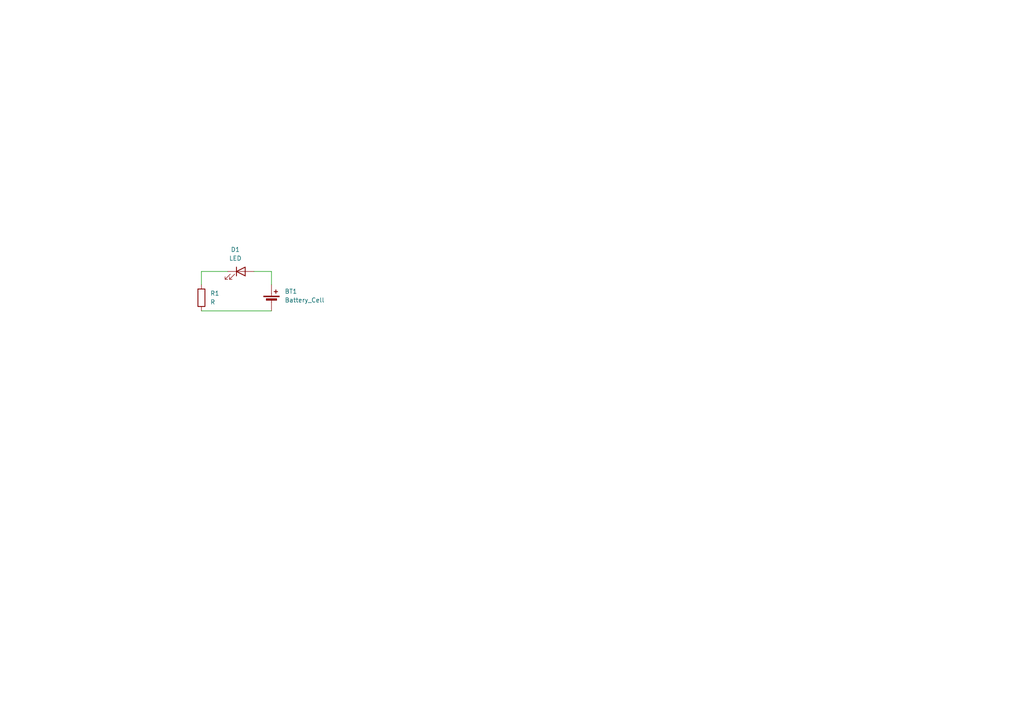
<source format=kicad_sch>
(kicad_sch (version 20231120) (generator "eeschema") (generator_version "8.0")
  (paper "A4")
  (title_block (title "LED demo") (date "2024-10-29") (rev "1.0") (company "Formula Slug"))
  (lib_symbols
    (symbol "Device:Battery_Cell" (pin_numbers hide) (pin_names (offset 0) hide)
      (property "Reference" "BT" (at 2.54 2.54 0))
      (property "Value" "Battery_Cell" (at 2.54 0 0))
      (symbol "Battery_Cell_0_1"
        (rectangle (start -2.286 1.778) (end 2.286 1.524) (fill (type outline)))
        (rectangle (start -1.524 1.016) (end 1.524 0.508) (fill (type outline)))
        (polyline (pts (xy 0 0.762) (xy 0 0)))
        (polyline (pts (xy 0 1.778) (xy 0 2.54)))
        (polyline (pts (xy 0.762 3.048) (xy 1.778 3.048)) (stroke (width 0.254)))
        (polyline (pts (xy 1.27 3.556) (xy 1.27 2.54)) (stroke (width 0.254)))
      )
      (symbol "Battery_Cell_1_1"
        (pin passive line (at 0 5.08 270) (length 2.54) (name "+") (number "1"))
        (pin passive line (at 0 -2.54 90) (length 2.54) (name "-") (number "2"))
      )
    )
    (symbol "Device:LED" (pin_numbers hide) (pin_names (offset 1.016) hide)
      (property "Reference" "D" (at 0 2.54 0))
      (property "Value" "LED" (at 0 -2.54 0))
      (symbol "LED_0_1"
        (polyline (pts (xy -1.27 -1.27) (xy -1.27 1.27)) (stroke (width 0.254)))
        (polyline (pts (xy -1.27 0) (xy 1.27 0)))
        (polyline (pts (xy 1.27 -1.27) (xy 1.27 1.27) (xy -1.27 0) (xy 1.27 -1.27)) (stroke (width 0.254)))
        (polyline (pts (xy -3.048 -0.762) (xy -4.572 -2.286) (xy -3.81 -2.286) (xy -4.572 -2.286) (xy -4.572 -1.524)))
        (polyline (pts (xy -1.778 -0.762) (xy -3.302 -2.286) (xy -2.54 -2.286) (xy -3.302 -2.286) (xy -3.302 -1.524)))
      )
      (symbol "LED_1_1"
        (pin passive line (at -3.81 0 0) (length 2.54) (name "K") (number "1"))
        (pin passive line (at 3.81 0 180) (length 2.54) (name "A") (number "2"))
      )
    )
    (symbol "Device:R" (pin_numbers hide) (pin_names (offset 0))
      (property "Reference" "R" (at 2.032 0 90))
      (property "Value" "R" (at 0 0 90))
      (symbol "R_0_1"
        (rectangle (start -1.016 -2.54) (end 1.016 2.54) (stroke (width 0.254)))
      )
      (symbol "R_1_1"
        (pin passive line (at 0 3.81 270) (length 1.27) (name "~") (number "1"))
        (pin passive line (at 0 -3.81 90) (length 1.27) (name "~") (number "2"))
      )
    )
  )
  (wire (pts (xy 73.66 78.74) (xy 78.74 78.74)))
  (wire (pts (xy 58.42 90.17) (xy 78.74 90.17)))
  (wire (pts (xy 78.74 78.74) (xy 78.74 82.55)))
  (wire (pts (xy 58.42 82.55) (xy 58.42 78.74)))
  (wire (pts (xy 58.42 78.74) (xy 66.04 78.74)))
  (symbol (lib_id "Device:R") (at 58.42 86.36 0) (unit 1)
    (property "Reference" "R1" (at 60.96 85.0899 0) (effects (justify left)))
    (property "Value" "R" (at 60.96 87.6299 0) (effects (justify left)))
    (property "Footprint" "Resistor_SMD:R_0805_2012Metric_Pad1.20x1.40mm_HandSolder" (effects (hide yes)))
    (property "Description" "Resistor" (effects (hide yes)))
  )
  (symbol (lib_id "Device:LED") (at 69.85 78.74 0) (unit 1)
    (property "Reference" "D1" (at 68.2625 72.39 0))
    (property "Value" "LED" (at 68.2625 74.93 0))
    (property "Footprint" "LED_SMD:LED_0805_2012Metric_Pad1.15x1.40mm_HandSolder" (effects (hide yes)))
    (property "Description" "Light emitting diode" (effects (hide yes)))
  )
  (symbol (lib_id "Device:Battery_Cell") (at 78.74 87.63 0) (unit 1)
    (property "Reference" "BT1" (at 82.55 84.5184 0) (effects (justify left)))
    (property "Value" "Battery_Cell" (at 82.55 87.0584 0) (effects (justify left)))
    (property "Footprint" "FS_3_Global_Footprint_Library:MS621FE-FL11E_SEC" (effects (hide yes)))
    (property "Description" "Single-cell battery" (effects (hide yes)))
  )
)
</source>
